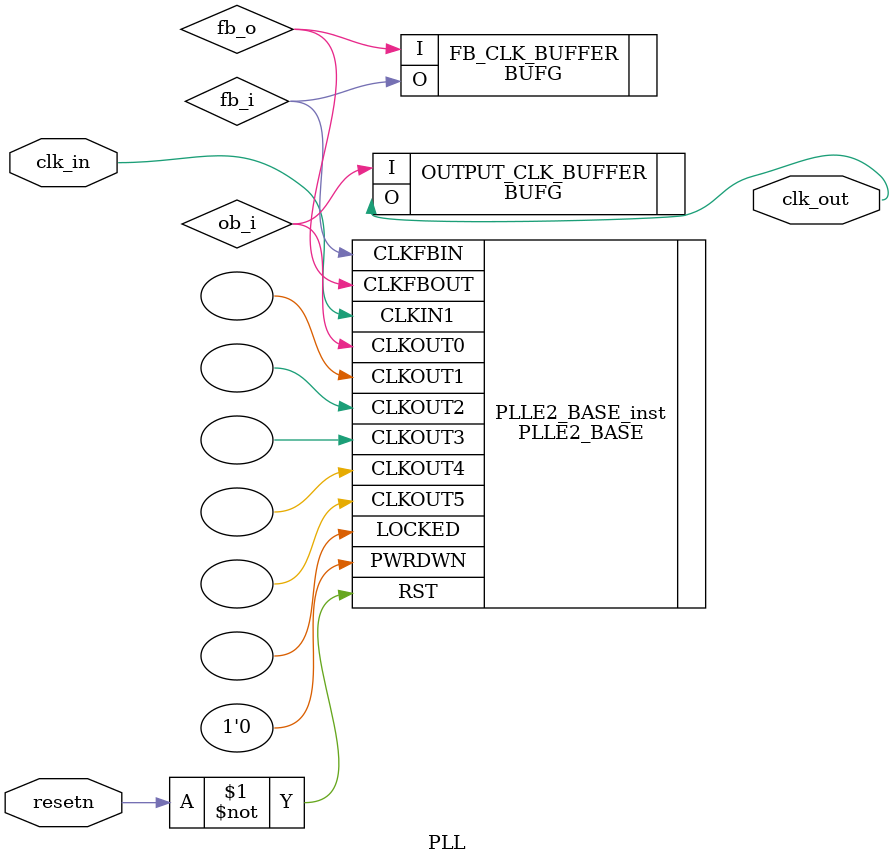
<source format=sv>
`timescale 1ns / 1ps


module PLL(
    input bit clk_in,
    input bit resetn,
    output bit clk_out
  );

  bit fb_i, fb_o;
  bit ob_i;

  BUFG FB_CLK_BUFFER (.O(fb_i), .I(fb_o) );
  BUFG OUTPUT_CLK_BUFFER (.O(clk_out), .I(ob_i));

  PLLE2_BASE #(
               .BANDWIDTH("OPTIMIZED"),  // OPTIMIZED, HIGH, LOW
               .CLKFBOUT_MULT(42),        // Multiply value for all CLKOUT, (2-64)
               .CLKFBOUT_PHASE(0.0),     // Phase offset in degrees of CLKFB, (-360.000-360.000).
               .CLKIN1_PERIOD(10.0),      // Input clock period in ns to ps resolution (i.e. 33.333 is 30 MHz).
               // CLKOUT0_DIVIDE - CLKOUT5_DIVIDE: Divide amount for each CLKOUT (1-128)
               .CLKOUT0_DIVIDE(5),
               .CLKOUT1_DIVIDE(1),
               .CLKOUT2_DIVIDE(1),
               .CLKOUT3_DIVIDE(1),
               .CLKOUT4_DIVIDE(1),
               .CLKOUT5_DIVIDE(1),
               // CLKOUT0_DUTY_CYCLE - CLKOUT5_DUTY_CYCLE: Duty cycle for each CLKOUT (0.001-0.999).
               .CLKOUT0_DUTY_CYCLE(0.5),
               .CLKOUT1_DUTY_CYCLE(0.5),
               .CLKOUT2_DUTY_CYCLE(0.5),
               .CLKOUT3_DUTY_CYCLE(0.5),
               .CLKOUT4_DUTY_CYCLE(0.5),
               .CLKOUT5_DUTY_CYCLE(0.5),
               // CLKOUT0_PHASE - CLKOUT5_PHASE: Phase offset for each CLKOUT (-360.000-360.000).
               .CLKOUT0_PHASE(0.0),
               .CLKOUT1_PHASE(0.0),
               .CLKOUT2_PHASE(0.0),
               .CLKOUT3_PHASE(0.0),
               .CLKOUT4_PHASE(0.0),
               .CLKOUT5_PHASE(0.0),
               .DIVCLK_DIVIDE(1),        // Master division value, (1-56)
               .REF_JITTER1(0.0),        // Reference input jitter in UI, (0.000-0.999).
               .STARTUP_WAIT("FALSE")    // Delay DONE until PLL Locks, ("TRUE"/"FALSE")
             )
             PLLE2_BASE_inst (
               // Clock Outputs: 1-bit (each) output: User configurable clock outputs
               .CLKOUT0(ob_i),   // 1-bit output: CLKOUT0
               .CLKOUT1(),   // 1-bit output: CLKOUT1
               .CLKOUT2(),   // 1-bit output: CLKOUT2
               .CLKOUT3(),   // 1-bit output: CLKOUT3
               .CLKOUT4(),   // 1-bit output: CLKOUT4
               .CLKOUT5(),   // 1-bit output: CLKOUT5
               // Feedback Clocks: 1-bit (each) output: Clock feedback ports
               .CLKFBOUT(fb_o), // 1-bit output: Feedback clock
               .LOCKED(),     // 1-bit output: LOCK
               .CLKIN1(clk_in),     // 1-bit input: Input clock
               // Control Ports: 1-bit (each) input: PLL control ports
               .PWRDWN(1'b0),     // 1-bit input: Power-down
               .RST((resetn == 1'b0)),           // 1-bit input: Reset
               // Feedback Clocks: 1-bit (each) input: Clock feedback ports
               .CLKFBIN(fb_i)    // 1-bit input: Feedback clock
             );
endmodule

</source>
